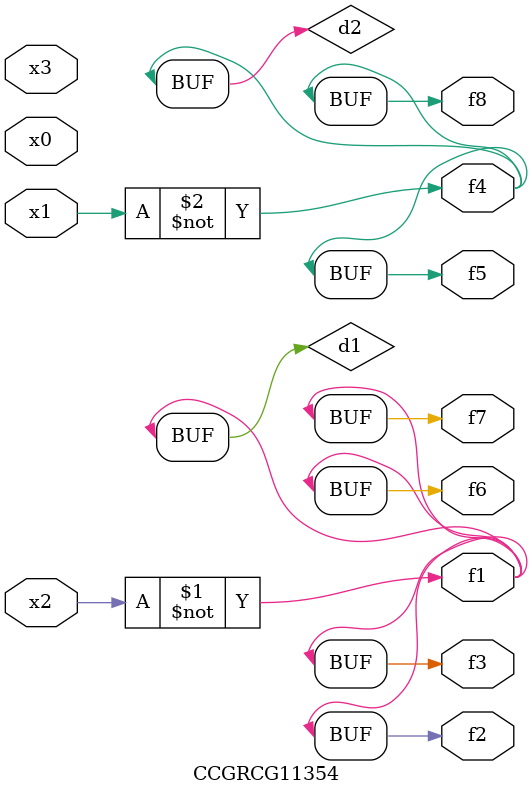
<source format=v>
module CCGRCG11354(
	input x0, x1, x2, x3,
	output f1, f2, f3, f4, f5, f6, f7, f8
);

	wire d1, d2;

	xnor (d1, x2);
	not (d2, x1);
	assign f1 = d1;
	assign f2 = d1;
	assign f3 = d1;
	assign f4 = d2;
	assign f5 = d2;
	assign f6 = d1;
	assign f7 = d1;
	assign f8 = d2;
endmodule

</source>
